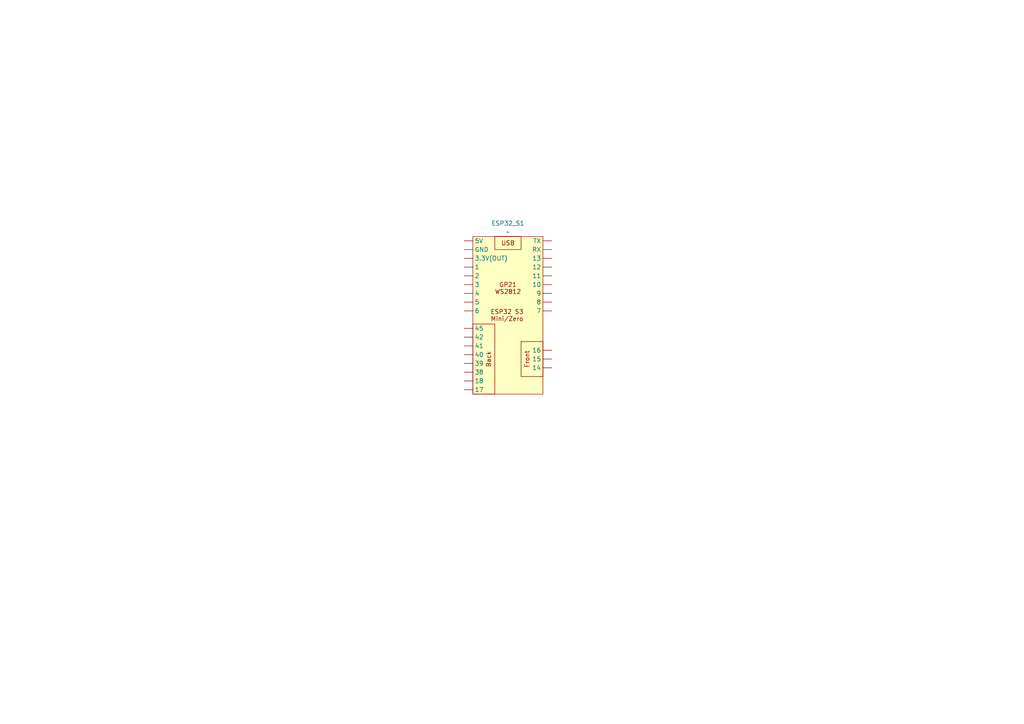
<source format=kicad_sch>
(kicad_sch (version 20250114) (generator "eeschema") (generator_version "9.0")
  (paper "A4")
  (lib_symbols
    (symbol "Espressif:Waveshare_ESP32_S3_Mini_Zero"
      (property "Reference" "ESP32_S3" (at 0 24.13 0))
      (symbol "Waveshare_ESP32_S3_Mini_Zero_1_1"
        (rectangle (start -10.16 22.86) (end 10.16 -22.86) (fill (type background)))
        (text "ESP32 S3\nMini/Zero" (at -0.254 0 0) (effects (font (size 1.27 1.27))))
        (text "GP21\nWS2812" (at 0 7.874 0) (effects (font (size 1.27 1.27))))
        (text_box "Back" (at -10.16 -2.54 90) (size 6.35 -20.32) (margins 1.016 1.016 1.016 1.016) (effects (font (size 1.27 1.27)) (justify bottom)))
        (text_box "USB" (at -3.81 22.86 0) (size 7.62 -3.81) (margins 1.016 1.016 1.016 1.016) (effects (font (size 1.27 1.27))))
        (text_box "Front" (at 3.81 -7.62 90) (size 6.35 -10.16) (margins 1.016 1.016 1.016 1.016) (effects (font (size 1.27 1.27)) (justify top)))
        (pin power_in line (at -12.7 21.59 0) (length 2.54) (name "5V") (number ""))
        (pin power_in line (at -12.7 19.05 0) (length 2.54) (name "GND") (number ""))
        (pin power_out line (at -12.7 16.51 0) (length 2.54) (name "3.3V(OUT)") (number ""))
        (pin bidirectional line (at -12.7 13.97 0) (length 2.54) (name "1") (number ""))
        (pin bidirectional line (at -12.7 11.43 0) (length 2.54) (name "2") (number ""))
        (pin bidirectional line (at -12.7 8.89 0) (length 2.54) (name "3") (number ""))
        (pin bidirectional line (at -12.7 6.35 0) (length 2.54) (name "4") (number ""))
        (pin bidirectional line (at -12.7 3.81 0) (length 2.54) (name "5") (number ""))
        (pin bidirectional line (at -12.7 1.27 0) (length 2.54) (name "6") (number ""))
        (pin bidirectional line (at -12.7 -3.81 0) (length 2.54) (name "45") (number ""))
        (pin bidirectional line (at -12.7 -6.35 0) (length 2.54) (name "42") (number ""))
        (pin bidirectional line (at -12.7 -8.89 0) (length 2.54) (name "41") (number ""))
        (pin bidirectional line (at -12.7 -11.43 0) (length 2.54) (name "40") (number ""))
        (pin bidirectional line (at -12.7 -13.97 0) (length 2.54) (name "39") (number ""))
        (pin bidirectional line (at -12.7 -16.51 0) (length 2.54) (name "38") (number ""))
        (pin bidirectional line (at -12.7 -19.05 0) (length 2.54) (name "18") (number ""))
        (pin bidirectional line (at -12.7 -21.59 0) (length 2.54) (name "17") (number ""))
        (pin output line (at 12.7 21.59 180) (length 2.54) (name "TX") (number ""))
        (pin input line (at 12.7 19.05 180) (length 2.54) (name "RX") (number ""))
        (pin bidirectional line (at 12.7 16.51 180) (length 2.54) (name "13") (number ""))
        (pin bidirectional line (at 12.7 13.97 180) (length 2.54) (name "12") (number ""))
        (pin bidirectional line (at 12.7 11.43 180) (length 2.54) (name "11") (number ""))
        (pin bidirectional line (at 12.7 8.89 180) (length 2.54) (name "10") (number ""))
        (pin bidirectional line (at 12.7 6.35 180) (length 2.54) (name "9") (number ""))
        (pin bidirectional line (at 12.7 3.81 180) (length 2.54) (name "8") (number ""))
        (pin bidirectional line (at 12.7 1.27 180) (length 2.54) (name "7") (number ""))
        (pin bidirectional line (at 12.7 -10.16 180) (length 2.54) (name "16") (number ""))
        (pin bidirectional line (at 12.7 -12.7 180) (length 2.54) (name "15") (number ""))
        (pin bidirectional line (at 12.7 -15.24 180) (length 2.54) (name "14") (number ""))
      )
    )
  )
  (symbol (lib_id "Espressif:Waveshare_ESP32_S3_Mini_Zero") (at 147.32 91.44 0) (unit 1)
    (property "Reference" "ESP32_S1" (at 147.32 64.77 0))
    (property "Value" "~" (at 147.32 67.31 0))
  )
)
</source>
